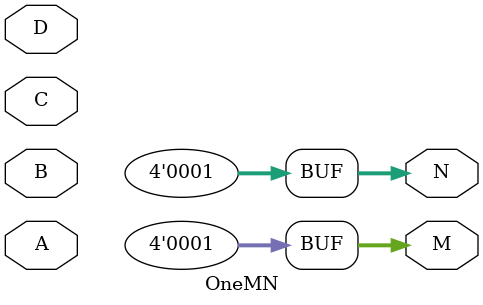
<source format=v>
module OneMN(
    input  wire [3:0] A,  // 4-bit
    input  wire [3:0] B,  // 4-bit
    input  wire [3:0] C,  // 4-bit
    input  wire [3:0] D,  // 4-bit
    output wire [3:0] M,  // 4-bit
    output wire [3:0] N   // 4-bit
);

    assign M = 1;
    assign N = 1;
endmodule
</source>
